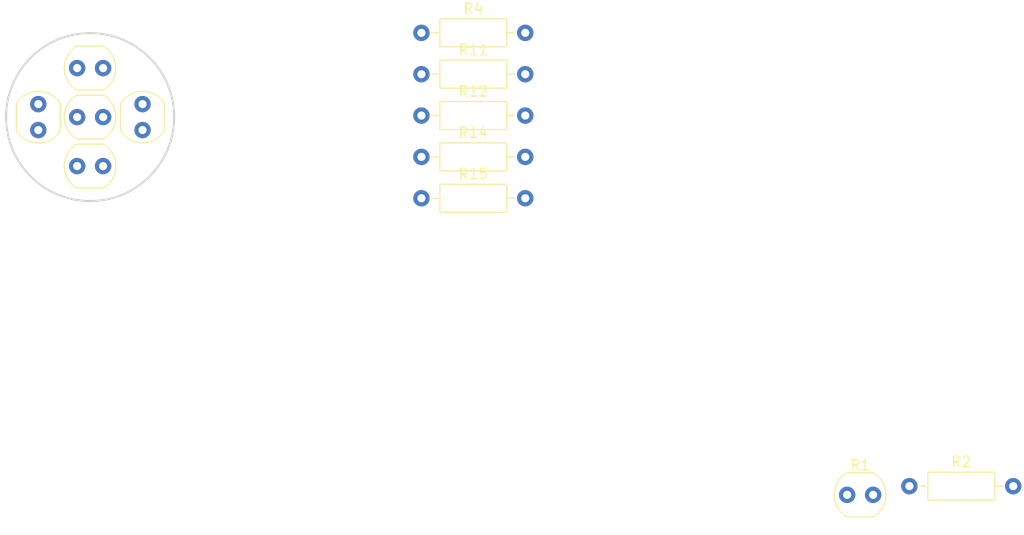
<source format=kicad_pcb>
(kicad_pcb (version 20240108) (generator "pcbnew") (generator_version "8.0")
  (layers (0 "F.Cu" signal) (31 "B.Cu" signal) (34 "B.Paste" user) (35 "F.Paste" user) (36 "B.SilkS" user "B.Silkscreen") (37 "F.SilkS" user "F.Silkscreen") (38 "B.Mask" user) (39 "F.Mask" user) (44 "Edge.Cuts" user))
  (net 0 "")
  (net 1 "/TO_PIN_ANALOG_ARDUINO")
  (net 2 "+5V")
  (net 3 "GND")
  (net 4 "/A0")
  (net 5 "/A4")
  (net 6 "/A1")
  (net 7 "/A2")
  (net 8 "/A3")
  (footprint "OptoDevice:R_LDR_4.9x4.2mm_P2.54mm_Vertical" (layer "F.Cu") (at 152.6 74.27 90)
    (property "Reference" "R16" (hide yes))
    (property "Value" "LDR")
    (fp_line (start -0.05 -2.15) (end 2.6 -2.15) (stroke (width 0.12)) (layer "F.SilkS"))
    (fp_line (start -0.05 2.15) (end 2.6 2.15) (stroke (width 0.12)) (layer "F.SilkS"))
    (fp_arc (start 2.6 -2.15) (mid 3.788646 -0.016616) (end 2.628027 2.132145) (stroke (width 0.12)) (layer "F.SilkS"))
    (fp_arc (start -0.05 2.15) (mid -1.262424 0.01494) (end -0.075476 -2.134388) (stroke (width 0.12)) (layer "F.SilkS"))
    (pad "1" thru_hole circle (at 0 0 90) (size 1.6 1.6) (drill 0.8) (layers "*.Cu" "*.Mask") (net 2 "+5V"))
    (pad "2" thru_hole circle (at 2.54 0 90) (size 1.6 1.6) (drill 0.8) (layers "*.Cu" "*.Mask") (net 7 "/A2"))
  )
  (footprint "OptoDevice:R_LDR_4.9x4.2mm_P2.54mm_Vertical" (layer "F.Cu") (at 146.2 68.2)
    (property "Reference" "R3" (hide yes))
    (property "Value" "LDR")
    (fp_line (start -0.05 -2.15) (end 2.6 -2.15) (stroke (width 0.12)) (layer "F.SilkS"))
    (fp_line (start -0.05 2.15) (end 2.6 2.15) (stroke (width 0.12)) (layer "F.SilkS"))
    (fp_arc (start -0.05 2.15) (mid -1.262424 0.01494) (end -0.075476 -2.134388) (stroke (width 0.12)) (layer "F.SilkS"))
    (fp_arc (start 2.6 -2.15) (mid 3.788646 -0.016616) (end 2.628027 2.132145) (stroke (width 0.12)) (layer "F.SilkS"))
    (pad "1" thru_hole circle (at 0 0) (size 1.6 1.6) (drill 0.8) (layers "*.Cu" "*.Mask") (net 2 "+5V"))
    (pad "2" thru_hole circle (at 2.54 0) (size 1.6 1.6) (drill 0.8) (layers "*.Cu" "*.Mask") (net 4 "/A0"))
  )
  (footprint "OptoDevice:R_LDR_4.9x4.2mm_P2.54mm_Vertical" (layer "F.Cu") (at 146.2 77.8)
    (property "Reference" "R13" (hide yes))
    (property "Value" "LDR")
    (fp_line (start -0.05 -2.15) (end 2.6 -2.15) (stroke (width 0.12)) (layer "F.SilkS"))
    (fp_line (start -0.05 2.15) (end 2.6 2.15) (stroke (width 0.12)) (layer "F.SilkS"))
    (fp_arc (start -0.05 2.15) (mid -1.262424 0.01494) (end -0.075476 -2.134388) (stroke (width 0.12)) (layer "F.SilkS"))
    (fp_arc (start 2.6 -2.15) (mid 3.788646 -0.016616) (end 2.628027 2.132145) (stroke (width 0.12)) (layer "F.SilkS"))
    (pad "1" thru_hole circle (at 0 0) (size 1.6 1.6) (drill 0.8) (layers "*.Cu" "*.Mask") (net 2 "+5V"))
    (pad "2" thru_hole circle (at 2.54 0) (size 1.6 1.6) (drill 0.8) (layers "*.Cu" "*.Mask") (net 6 "/A1"))
  )
  (footprint "Resistor_THT:R_Axial_DIN0207_L6.3mm_D2.5mm_P10.16mm_Horizontal" (layer "F.Cu") (at 179.89 76.9)
    (property "Reference" "R14" (at 5.08 -2.37 0) (layer "F.SilkS"))
    (property "Value" "10K")
    (fp_line (start 1.04 0) (end 1.81 0) (stroke (width 0.12)) (layer "F.SilkS"))
    (fp_line (start 1.81 -1.37) (end 1.81 1.37) (stroke (width 0.12)) (layer "F.SilkS"))
    (fp_line (start 1.81 1.37) (end 8.35 1.37) (stroke (width 0.12)) (layer "F.SilkS"))
    (fp_line (start 8.35 -1.37) (end 1.81 -1.37) (stroke (width 0.12)) (layer "F.SilkS"))
    (fp_line (start 8.35 1.37) (end 8.35 -1.37) (stroke (width 0.12)) (layer "F.SilkS"))
    (fp_line (start 9.12 0) (end 8.35 0) (stroke (width 0.12)) (layer "F.SilkS"))
    (pad "1" thru_hole circle (at 0 0) (size 1.6 1.6) (drill 0.8) (layers "*.Cu" "*.Mask") (net 7 "/A2"))
    (pad "2" thru_hole oval (at 10.16 0) (size 1.6 1.6) (drill 0.8) (layers "*.Cu" "*.Mask") (net 3 "GND"))
  )
  (footprint "OptoDevice:R_LDR_4.9x4.2mm_P2.54mm_Vertical" (layer "F.Cu") (at 146.2 73)
    (property "Reference" "R5" (hide yes))
    (property "Value" "LDR")
    (fp_line (start -0.05 -2.15) (end 2.6 -2.15) (stroke (width 0.12)) (layer "F.SilkS"))
    (fp_line (start -0.05 2.15) (end 2.6 2.15) (stroke (width 0.12)) (layer "F.SilkS"))
    (fp_arc (start -0.05 2.15) (mid -1.262424 0.01494) (end -0.075476 -2.134388) (stroke (width 0.12)) (layer "F.SilkS"))
    (fp_arc (start 2.6 -2.15) (mid 3.788646 -0.016616) (end 2.628027 2.132145) (stroke (width 0.12)) (layer "F.SilkS"))
    (pad "1" thru_hole circle (at 0 0) (size 1.6 1.6) (drill 0.8) (layers "*.Cu" "*.Mask") (net 2 "+5V"))
    (pad "2" thru_hole circle (at 2.54 0) (size 1.6 1.6) (drill 0.8) (layers "*.Cu" "*.Mask") (net 5 "/A4"))
  )
  (footprint "Resistor_THT:R_Axial_DIN0207_L6.3mm_D2.5mm_P10.16mm_Horizontal" (layer "F.Cu") (at 179.89 68.8)
    (property "Reference" "R11" (at 5.08 -2.37 0) (layer "F.SilkS"))
    (property "Value" "10K")
    (fp_line (start 1.04 0) (end 1.81 0) (stroke (width 0.12)) (layer "F.SilkS"))
    (fp_line (start 1.81 -1.37) (end 1.81 1.37) (stroke (width 0.12)) (layer "F.SilkS"))
    (fp_line (start 1.81 1.37) (end 8.35 1.37) (stroke (width 0.12)) (layer "F.SilkS"))
    (fp_line (start 8.35 -1.37) (end 1.81 -1.37) (stroke (width 0.12)) (layer "F.SilkS"))
    (fp_line (start 8.35 1.37) (end 8.35 -1.37) (stroke (width 0.12)) (layer "F.SilkS"))
    (fp_line (start 9.12 0) (end 8.35 0) (stroke (width 0.12)) (layer "F.SilkS"))
    (pad "1" thru_hole circle (at 0 0) (size 1.6 1.6) (drill 0.8) (layers "*.Cu" "*.Mask") (net 4 "/A0"))
    (pad "2" thru_hole oval (at 10.16 0) (size 1.6 1.6) (drill 0.8) (layers "*.Cu" "*.Mask") (net 3 "GND"))
  )
  (footprint "Resistor_THT:R_Axial_DIN0207_L6.3mm_D2.5mm_P10.16mm_Horizontal" (layer "F.Cu") (at 179.89 72.85)
    (property "Reference" "R12" (at 5.08 -2.37 0) (layer "F.SilkS"))
    (property "Value" "10K")
    (fp_line (start 1.04 0) (end 1.81 0) (stroke (width 0.12)) (layer "F.SilkS"))
    (fp_line (start 1.81 -1.37) (end 1.81 1.37) (stroke (width 0.12)) (layer "F.SilkS"))
    (fp_line (start 1.81 1.37) (end 8.35 1.37) (stroke (width 0.12)) (layer "F.SilkS"))
    (fp_line (start 8.35 -1.37) (end 1.81 -1.37) (stroke (width 0.12)) (layer "F.SilkS"))
    (fp_line (start 8.35 1.37) (end 8.35 -1.37) (stroke (width 0.12)) (layer "F.SilkS"))
    (fp_line (start 9.12 0) (end 8.35 0) (stroke (width 0.12)) (layer "F.SilkS"))
    (pad "1" thru_hole circle (at 0 0) (size 1.6 1.6) (drill 0.8) (layers "*.Cu" "*.Mask") (net 6 "/A1"))
    (pad "2" thru_hole oval (at 10.16 0) (size 1.6 1.6) (drill 0.8) (layers "*.Cu" "*.Mask") (net 3 "GND"))
  )
  (footprint "Resistor_THT:R_Axial_DIN0207_L6.3mm_D2.5mm_P10.16mm_Horizontal" (layer "F.Cu") (at 179.89 64.75)
    (property "Reference" "R4" (at 5.08 -2.37 0) (layer "F.SilkS"))
    (property "Value" "10K")
    (fp_line (start 1.04 0) (end 1.81 0) (stroke (width 0.12)) (layer "F.SilkS"))
    (fp_line (start 1.81 -1.37) (end 1.81 1.37) (stroke (width 0.12)) (layer "F.SilkS"))
    (fp_line (start 1.81 1.37) (end 8.35 1.37) (stroke (width 0.12)) (layer "F.SilkS"))
    (fp_line (start 8.35 -1.37) (end 1.81 -1.37) (stroke (width 0.12)) (layer "F.SilkS"))
    (fp_line (start 8.35 1.37) (end 8.35 -1.37) (stroke (width 0.12)) (layer "F.SilkS"))
    (fp_line (start 9.12 0) (end 8.35 0) (stroke (width 0.12)) (layer "F.SilkS"))
    (pad "1" thru_hole circle (at 0 0) (size 1.6 1.6) (drill 0.8) (layers "*.Cu" "*.Mask") (net 5 "/A4"))
    (pad "2" thru_hole oval (at 10.16 0) (size 1.6 1.6) (drill 0.8) (layers "*.Cu" "*.Mask") (net 3 "GND"))
  )
  (footprint "OptoDevice:R_LDR_4.9x4.2mm_P2.54mm_Vertical" (layer "F.Cu") (at 142.4 74.27 90)
    (property "Reference" "R17" (hide yes))
    (property "Value" "LDR")
    (fp_line (start -0.05 -2.15) (end 2.6 -2.15) (stroke (width 0.12)) (layer "F.SilkS"))
    (fp_line (start -0.05 2.15) (end 2.6 2.15) (stroke (width 0.12)) (layer "F.SilkS"))
    (fp_arc (start 2.6 -2.15) (mid 3.788646 -0.016616) (end 2.628027 2.132145) (stroke (width 0.12)) (layer "F.SilkS"))
    (fp_arc (start -0.05 2.15) (mid -1.262424 0.01494) (end -0.075476 -2.134388) (stroke (width 0.12)) (layer "F.SilkS"))
    (pad "1" thru_hole circle (at 0 0 90) (size 1.6 1.6) (drill 0.8) (layers "*.Cu" "*.Mask") (net 2 "+5V"))
    (pad "2" thru_hole circle (at 2.54 0 90) (size 1.6 1.6) (drill 0.8) (layers "*.Cu" "*.Mask") (net 8 "/A3"))
  )
  (footprint "OptoDevice:R_LDR_4.9x4.2mm_P2.54mm_Vertical" (layer "F.Cu") (at 221.55 110)
    (property "Reference" "R1" (at 1.27 -2.9 0) (layer "F.SilkS"))
    (property "Value" "LDR")
    (fp_line (start -0.05 -2.15) (end 2.6 -2.15) (stroke (width 0.12)) (layer "F.SilkS"))
    (fp_line (start -0.05 2.15) (end 2.6 2.15) (stroke (width 0.12)) (layer "F.SilkS"))
    (fp_arc (start -0.05 2.15) (mid -1.262424 0.01494) (end -0.075476 -2.134388) (stroke (width 0.12)) (layer "F.SilkS"))
    (fp_arc (start 2.6 -2.15) (mid 3.788646 -0.016616) (end 2.628027 2.132145) (stroke (width 0.12)) (layer "F.SilkS"))
    (pad "1" thru_hole circle (at 0 0) (size 1.6 1.6) (drill 0.8) (layers "*.Cu" "*.Mask") (net 2 "+5V"))
    (pad "2" thru_hole circle (at 2.54 0) (size 1.6 1.6) (drill 0.8) (layers "*.Cu" "*.Mask") (net 1 "/TO_PIN_ANALOG_ARDUINO"))
  )
  (footprint "Resistor_THT:R_Axial_DIN0207_L6.3mm_D2.5mm_P10.16mm_Horizontal" (layer "F.Cu") (at 179.89 80.95)
    (property "Reference" "R15" (at 5.08 -2.37 0) (layer "F.SilkS"))
    (property "Value" "10K")
    (fp_line (start 1.04 0) (end 1.81 0) (stroke (width 0.12)) (layer "F.SilkS"))
    (fp_line (start 1.81 -1.37) (end 1.81 1.37) (stroke (width 0.12)) (layer "F.SilkS"))
    (fp_line (start 1.81 1.37) (end 8.35 1.37) (stroke (width 0.12)) (layer "F.SilkS"))
    (fp_line (start 8.35 -1.37) (end 1.81 -1.37) (stroke (width 0.12)) (layer "F.SilkS"))
    (fp_line (start 8.35 1.37) (end 8.35 -1.37) (stroke (width 0.12)) (layer "F.SilkS"))
    (fp_line (start 9.12 0) (end 8.35 0) (stroke (width 0.12)) (layer "F.SilkS"))
    (pad "1" thru_hole circle (at 0 0) (size 1.6 1.6) (drill 0.8) (layers "*.Cu" "*.Mask") (net 8 "/A3"))
    (pad "2" thru_hole oval (at 10.16 0) (size 1.6 1.6) (drill 0.8) (layers "*.Cu" "*.Mask") (net 3 "GND"))
  )
  (footprint "Resistor_THT:R_Axial_DIN0207_L6.3mm_D2.5mm_P10.16mm_Horizontal" (layer "F.Cu") (at 227.64 109.15)
    (property "Reference" "R2" (at 5.08 -2.37 0) (layer "F.SilkS"))
    (property "Value" "10K")
    (fp_line (start 1.04 0) (end 1.81 0) (stroke (width 0.12)) (layer "F.SilkS"))
    (fp_line (start 1.81 -1.37) (end 1.81 1.37) (stroke (width 0.12)) (layer "F.SilkS"))
    (fp_line (start 1.81 1.37) (end 8.35 1.37) (stroke (width 0.12)) (layer "F.SilkS"))
    (fp_line (start 8.35 -1.37) (end 1.81 -1.37) (stroke (width 0.12)) (layer "F.SilkS"))
    (fp_line (start 8.35 1.37) (end 8.35 -1.37) (stroke (width 0.12)) (layer "F.SilkS"))
    (fp_line (start 9.12 0) (end 8.35 0) (stroke (width 0.12)) (layer "F.SilkS"))
    (pad "1" thru_hole circle (at 0 0) (size 1.6 1.6) (drill 0.8) (layers "*.Cu" "*.Mask") (net 1 "/TO_PIN_ANALOG_ARDUINO"))
    (pad "2" thru_hole oval (at 10.16 0) (size 1.6 1.6) (drill 0.8) (layers "*.Cu" "*.Mask") (net 3 "GND"))
  )
  (gr_circle (center 147.47 73) (end 155.694409 73) (stroke (width 0.2)) (fill none) (layer "Edge.Cuts"))
)
</source>
